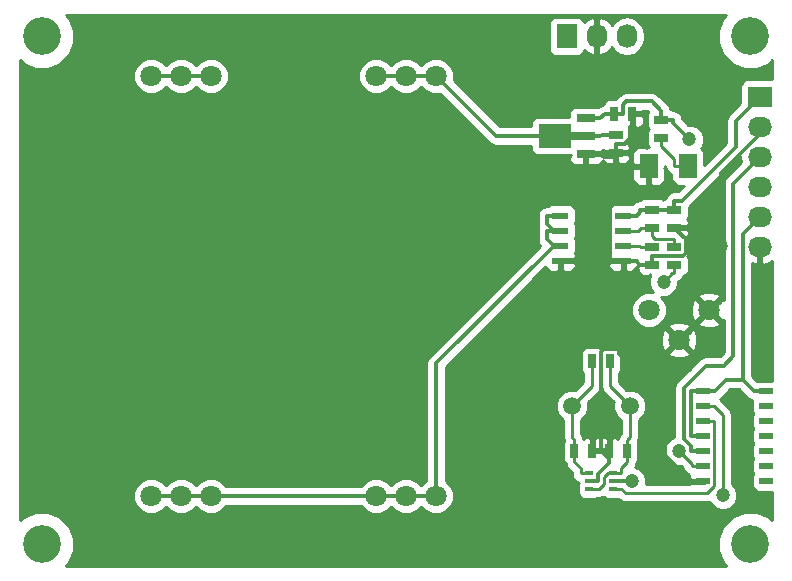
<source format=gtl>
%FSLAX46Y46*%
G04 Gerber Fmt 4.6, Leading zero omitted, Abs format (unit mm)*
G04 Created by KiCad (PCBNEW (2014-jul-16 BZR unknown)-product) date ons  6 aug 2014 17:41:11*
%MOMM*%
G01*
G04 APERTURE LIST*
%ADD10C,0.150000*%
%ADD11C,1.800000*%
%ADD12R,0.635000X1.143000*%
%ADD13R,1.143000X0.635000*%
%ADD14R,1.524000X2.032000*%
%ADD15R,1.727200X2.032000*%
%ADD16O,1.727200X2.032000*%
%ADD17C,3.200400*%
%ADD18R,2.032000X1.727200*%
%ADD19O,2.032000X1.727200*%
%ADD20R,0.660400X0.406400*%
%ADD21R,1.600200X0.701040*%
%ADD22R,2.100580X0.701040*%
%ADD23R,2.750820X1.998980*%
%ADD24R,1.143000X0.508000*%
%ADD25C,1.501140*%
%ADD26R,1.399540X0.599440*%
%ADD27C,1.200000*%
%ADD28C,0.350000*%
%ADD29C,0.254000*%
G04 APERTURE END LIST*
D10*
D11*
X163830000Y-86360000D03*
X166370000Y-86360000D03*
X161290000Y-86360000D03*
X163830000Y-121920000D03*
X166370000Y-121920000D03*
X161290000Y-121920000D03*
X144780000Y-121920000D03*
X142240000Y-121920000D03*
X147320000Y-121920000D03*
X144780000Y-86360000D03*
X142240000Y-86360000D03*
X147320000Y-86360000D03*
D12*
X179612000Y-118100000D03*
X178088000Y-118100000D03*
D13*
X181610000Y-91313000D03*
X181610000Y-92837000D03*
D12*
X181483000Y-89535000D03*
X183007000Y-89535000D03*
D13*
X184658000Y-100838000D03*
X184658000Y-102362000D03*
X186563000Y-97663000D03*
X186563000Y-99187000D03*
D14*
X187706000Y-93980000D03*
X184404000Y-93980000D03*
D15*
X177460000Y-83000000D03*
D16*
X180000000Y-83000000D03*
X182540000Y-83000000D03*
D17*
X193000000Y-83000000D03*
X193000000Y-126000000D03*
D18*
X193802000Y-88138000D03*
D19*
X193802000Y-90678000D03*
X193802000Y-93218000D03*
X193802000Y-95758000D03*
X193802000Y-98298000D03*
X193802000Y-100838000D03*
D17*
X133000000Y-126000000D03*
X133000000Y-83000000D03*
D12*
X181102000Y-110490000D03*
X179578000Y-110490000D03*
D13*
X184658000Y-97663000D03*
X184658000Y-99187000D03*
X186563000Y-100838000D03*
X186563000Y-102362000D03*
X185420000Y-90043000D03*
X185420000Y-91567000D03*
D11*
X189484000Y-106172000D03*
X186944000Y-108712000D03*
X184404000Y-106172000D03*
D20*
X179324000Y-119989600D03*
X179324000Y-121310400D03*
X179324000Y-120650000D03*
X181356000Y-121310400D03*
X181356000Y-119989600D03*
X181356000Y-120650000D03*
D21*
X179064920Y-92941140D03*
D22*
X178816000Y-91440000D03*
D21*
X179064920Y-89938860D03*
D23*
X176415700Y-91440000D03*
D24*
X188976000Y-113030000D03*
X188976000Y-114300000D03*
X188976000Y-115570000D03*
X188976000Y-116840000D03*
X188976000Y-118110000D03*
X188976000Y-119380000D03*
X188976000Y-120650000D03*
X194310000Y-120650000D03*
X194310000Y-119380000D03*
X194310000Y-118110000D03*
X194310000Y-116840000D03*
X194310000Y-115570000D03*
X194310000Y-114300000D03*
X194310000Y-113030000D03*
D25*
X177899060Y-114300000D03*
X182780940Y-114300000D03*
D12*
X181038000Y-118100000D03*
X182562000Y-118100000D03*
D26*
X182245000Y-98171000D03*
X176911000Y-98171000D03*
X182245000Y-99441000D03*
X182245000Y-100711000D03*
X182245000Y-101981000D03*
X176911000Y-99441000D03*
X176911000Y-100711000D03*
X176911000Y-101981000D03*
D27*
X190476800Y-100753300D03*
X182932900Y-120650000D03*
X187832300Y-91714600D03*
X185654700Y-103792900D03*
X186927900Y-118127300D03*
X190663600Y-121863000D03*
D28*
X147320000Y-86360000D02*
X144780000Y-86360000D01*
X142240000Y-86360000D02*
X144780000Y-86360000D01*
X183374100Y-102078900D02*
X183657200Y-102362000D01*
X183374100Y-101981000D02*
X183374100Y-102078900D01*
X184658000Y-102362000D02*
X183657200Y-102362000D01*
X182245000Y-101981000D02*
X183374100Y-101981000D01*
X180083500Y-120055300D02*
X181038000Y-119100800D01*
X180083500Y-120650000D02*
X180083500Y-120055300D01*
X181038000Y-118100000D02*
X181038000Y-118600400D01*
X181038000Y-118600400D02*
X181038000Y-119100800D01*
X180859200Y-118600400D02*
X180358800Y-118100000D01*
X181038000Y-118600400D02*
X180859200Y-118600400D01*
X184658000Y-102362000D02*
X184658000Y-101615200D01*
X179703800Y-120650000D02*
X180083500Y-120650000D01*
X179703800Y-120650000D02*
X179324000Y-120650000D01*
X179612000Y-118100000D02*
X180190700Y-118100000D01*
X180190700Y-118100000D02*
X180324900Y-118100000D01*
X180324900Y-118100000D02*
X180358800Y-118100000D01*
X188976000Y-120650000D02*
X187975200Y-120650000D01*
X181848900Y-104170300D02*
X183657200Y-102362000D01*
X181848900Y-109430000D02*
X181848900Y-104170300D01*
X180610600Y-109430000D02*
X181848900Y-109430000D01*
X180324900Y-109715700D02*
X180610600Y-109430000D01*
X180324900Y-118100000D02*
X180324900Y-109715700D01*
X185799700Y-118474500D02*
X187975200Y-120650000D01*
X185799700Y-113870400D02*
X185799700Y-118474500D01*
X181848900Y-109919600D02*
X185799700Y-113870400D01*
X181848900Y-109430000D02*
X181848900Y-109919600D01*
X183007000Y-89535000D02*
X183007000Y-90535800D01*
X182834200Y-90708600D02*
X183007000Y-90535800D01*
X182834200Y-91612800D02*
X182834200Y-90708600D01*
X182356800Y-92090200D02*
X182834200Y-91612800D01*
X181610000Y-92090200D02*
X182356800Y-92090200D01*
X181610000Y-92837000D02*
X181610000Y-92090200D01*
X184404000Y-93980000D02*
X183229800Y-93980000D01*
X183229800Y-93980000D02*
X182006200Y-93980000D01*
X182006200Y-93980000D02*
X181610000Y-93583800D01*
X181095600Y-94890600D02*
X182006200Y-93980000D01*
X181095600Y-101981000D02*
X181095600Y-94890600D01*
X176911000Y-101981000D02*
X181095600Y-101981000D01*
X181095600Y-101981000D02*
X182245000Y-101981000D01*
X181610000Y-92837000D02*
X181610000Y-93210400D01*
X181610000Y-93210400D02*
X181610000Y-93583800D01*
X180563600Y-93210400D02*
X180294300Y-92941100D01*
X181610000Y-93210400D02*
X180563600Y-93210400D01*
X179064900Y-92941100D02*
X180294300Y-92941100D01*
X187563900Y-101333900D02*
X187563900Y-100753300D01*
X187282600Y-101615200D02*
X187563900Y-101333900D01*
X184658000Y-101615200D02*
X187282600Y-101615200D01*
X187563900Y-100187900D02*
X186563000Y-99187000D01*
X187563900Y-100753300D02*
X187563900Y-100187900D01*
X187563900Y-100753300D02*
X190476800Y-100753300D01*
X193802000Y-91237100D02*
X193802000Y-90678000D01*
X190476800Y-94562300D02*
X193802000Y-91237100D01*
X190476800Y-100753300D02*
X190476800Y-94562300D01*
D29*
X178088000Y-118100000D02*
X178088000Y-117147200D01*
X178612500Y-119577300D02*
X178088000Y-119052800D01*
X178612500Y-119989600D02*
X178612500Y-119577300D01*
X179324000Y-119989600D02*
X178612500Y-119989600D01*
X178088000Y-118100000D02*
X178088000Y-119052800D01*
X177899100Y-116958300D02*
X178088000Y-117147200D01*
X177899100Y-114300000D02*
X177899100Y-116958300D01*
X179578000Y-112621100D02*
X179578000Y-110490000D01*
X177899100Y-114300000D02*
X179578000Y-112621100D01*
X180936000Y-119989600D02*
X181356000Y-119989600D01*
X180639900Y-120285700D02*
X180936000Y-119989600D01*
X180639900Y-120880400D02*
X180639900Y-120285700D01*
X180209900Y-121310400D02*
X180639900Y-120880400D01*
X179324000Y-121310400D02*
X180209900Y-121310400D01*
X182067500Y-119547300D02*
X182067500Y-119989600D01*
X182562000Y-119052800D02*
X182067500Y-119547300D01*
X182562000Y-118100000D02*
X182562000Y-119052800D01*
X181356000Y-119989600D02*
X182067500Y-119989600D01*
X182562000Y-118100000D02*
X182562000Y-117147200D01*
X182780900Y-116928300D02*
X182562000Y-117147200D01*
X182780900Y-114300000D02*
X182780900Y-116928300D01*
X181102000Y-112621100D02*
X181102000Y-110490000D01*
X182780900Y-114300000D02*
X181102000Y-112621100D01*
D28*
X181483000Y-89535000D02*
X181109600Y-89535000D01*
X179064900Y-89938900D02*
X180294300Y-89938900D01*
X180698200Y-89535000D02*
X180294300Y-89938900D01*
X181109600Y-89535000D02*
X180698200Y-89535000D01*
X182932900Y-120650000D02*
X181356000Y-120650000D01*
X182229800Y-88788200D02*
X182229800Y-89535000D01*
X182503000Y-88515000D02*
X182229800Y-88788200D01*
X184638800Y-88515000D02*
X182503000Y-88515000D01*
X185420000Y-89296200D02*
X184638800Y-88515000D01*
X185420000Y-90043000D02*
X185420000Y-89296200D01*
X181483000Y-89535000D02*
X182229800Y-89535000D01*
X194310000Y-113030000D02*
X193309200Y-113030000D01*
X187975200Y-116840000D02*
X187975200Y-113030000D01*
X188976000Y-116840000D02*
X187975200Y-116840000D01*
X188976000Y-113030000D02*
X187975200Y-113030000D01*
X186420800Y-90303100D02*
X186420800Y-90043000D01*
X187832300Y-91714600D02*
X186420800Y-90303100D01*
X185420000Y-90043000D02*
X186420800Y-90043000D01*
X188976000Y-113030000D02*
X189976800Y-113030000D01*
X192342800Y-99757200D02*
X192342800Y-112063600D01*
X193802000Y-98298000D02*
X192342800Y-99757200D01*
X190943200Y-112063600D02*
X192342800Y-112063600D01*
X189976800Y-113030000D02*
X190943200Y-112063600D01*
X192342800Y-112063600D02*
X193309200Y-113030000D01*
D29*
X183578200Y-100711000D02*
X183705200Y-100838000D01*
X182245000Y-100711000D02*
X183578200Y-100711000D01*
X184658000Y-100838000D02*
X183705200Y-100838000D01*
D28*
X184658000Y-97663000D02*
X186563000Y-97663000D01*
X186563000Y-97663000D02*
X186563000Y-96916200D01*
X187216400Y-96916200D02*
X186563000Y-96916200D01*
X191752300Y-92380300D02*
X187216400Y-96916200D01*
X191752300Y-90187700D02*
X191752300Y-92380300D01*
X193802000Y-88138000D02*
X191752300Y-90187700D01*
X183657200Y-97887900D02*
X183657200Y-97663000D01*
X183374100Y-98171000D02*
X183657200Y-97887900D01*
X182245000Y-98171000D02*
X183374100Y-98171000D01*
X184658000Y-97663000D02*
X183657200Y-97663000D01*
D29*
X186562700Y-93408500D02*
X185420000Y-92265800D01*
X186562700Y-93980000D02*
X186562700Y-93408500D01*
X187706000Y-93980000D02*
X186562700Y-93980000D01*
X185420000Y-91567000D02*
X185420000Y-92265800D01*
D28*
X191536200Y-95483800D02*
X193802000Y-93218000D01*
X191536200Y-110093500D02*
X191536200Y-95483800D01*
X190722700Y-110907000D02*
X191536200Y-110093500D01*
X189226800Y-110907000D02*
X190722700Y-110907000D01*
X187357500Y-112776300D02*
X189226800Y-110907000D01*
X187357500Y-117084600D02*
X187357500Y-112776300D01*
X187975200Y-117702300D02*
X187357500Y-117084600D01*
X187975200Y-118110000D02*
X187975200Y-117702300D01*
X188976000Y-118110000D02*
X187975200Y-118110000D01*
D29*
X183451200Y-99441000D02*
X183705200Y-99187000D01*
X182245000Y-99441000D02*
X183451200Y-99441000D01*
X184658000Y-99187000D02*
X183705200Y-99187000D01*
X184911400Y-100139200D02*
X184658000Y-99885800D01*
X186563000Y-100139200D02*
X184911400Y-100139200D01*
X186563000Y-100838000D02*
X186563000Y-100139200D01*
X184658000Y-99187000D02*
X184658000Y-99885800D01*
X186386800Y-103060800D02*
X186563000Y-103060800D01*
X185654700Y-103792900D02*
X186386800Y-103060800D01*
X186563000Y-102362000D02*
X186563000Y-103060800D01*
X182463400Y-121706300D02*
X182067500Y-121310400D01*
X189332800Y-121706300D02*
X182463400Y-121706300D01*
X189928800Y-121110300D02*
X189332800Y-121706300D01*
X189928800Y-115570000D02*
X189928800Y-121110300D01*
X188976000Y-115570000D02*
X189928800Y-115570000D01*
X181356000Y-121310400D02*
X182067500Y-121310400D01*
X188976000Y-114300000D02*
X189928800Y-114300000D01*
X188023200Y-119222600D02*
X186927900Y-118127300D01*
X188023200Y-119380000D02*
X188023200Y-119222600D01*
X188976000Y-119380000D02*
X188023200Y-119380000D01*
X190663600Y-115034800D02*
X190663600Y-121863000D01*
X189928800Y-114300000D02*
X190663600Y-115034800D01*
D28*
X161290000Y-86360000D02*
X163830000Y-86360000D01*
X171450000Y-91440000D02*
X166370000Y-86360000D01*
X176415700Y-91440000D02*
X171450000Y-91440000D01*
X166370000Y-86360000D02*
X163830000Y-86360000D01*
X178816000Y-91440000D02*
X176415700Y-91440000D01*
X180422600Y-91313000D02*
X180295600Y-91440000D01*
X181610000Y-91313000D02*
X180422600Y-91313000D01*
X178816000Y-91440000D02*
X180295600Y-91440000D01*
X142240000Y-121920000D02*
X144780000Y-121920000D01*
X144780000Y-121920000D02*
X147320000Y-121920000D01*
X147320000Y-121920000D02*
X161290000Y-121920000D01*
X161290000Y-121920000D02*
X163830000Y-121920000D01*
X166370000Y-121920000D02*
X163830000Y-121920000D01*
X176911000Y-100711000D02*
X176346500Y-100711000D01*
X166370000Y-110687500D02*
X166370000Y-121920000D01*
X176346500Y-100711000D02*
X166370000Y-110687500D01*
X175781900Y-100146400D02*
X175781900Y-99441000D01*
X176346500Y-100711000D02*
X175781900Y-100146400D01*
X176911000Y-99441000D02*
X176346500Y-99441000D01*
X176346500Y-99441000D02*
X175781900Y-99441000D01*
X175781900Y-98876400D02*
X175781900Y-98171000D01*
X176346500Y-99441000D02*
X175781900Y-98876400D01*
X176911000Y-98171000D02*
X175781900Y-98171000D01*
D29*
G36*
X182018900Y-116614797D02*
X181858004Y-116855595D01*
X181817934Y-117057039D01*
X181817933Y-117057040D01*
X181800000Y-117074974D01*
X181715198Y-116990173D01*
X181481809Y-116893500D01*
X181323750Y-116893500D01*
X181165000Y-117052250D01*
X181165000Y-117973000D01*
X181185000Y-117973000D01*
X181185000Y-118227000D01*
X181165000Y-118227000D01*
X181165000Y-118247000D01*
X180911000Y-118247000D01*
X180911000Y-118227000D01*
X180911000Y-117973000D01*
X180911000Y-117052250D01*
X180752250Y-116893500D01*
X180594191Y-116893500D01*
X180360802Y-116990173D01*
X180325000Y-117025974D01*
X180289198Y-116990173D01*
X180055809Y-116893500D01*
X179897750Y-116893500D01*
X179739000Y-117052250D01*
X179739000Y-117973000D01*
X180244250Y-117973000D01*
X180405750Y-117973000D01*
X180911000Y-117973000D01*
X180911000Y-118227000D01*
X180405750Y-118227000D01*
X180244250Y-118227000D01*
X179739000Y-118227000D01*
X179739000Y-118247000D01*
X179485000Y-118247000D01*
X179485000Y-118227000D01*
X179465000Y-118227000D01*
X179465000Y-117973000D01*
X179485000Y-117973000D01*
X179485000Y-117052250D01*
X179326250Y-116893500D01*
X179168191Y-116893500D01*
X178934802Y-116990173D01*
X178850000Y-117074974D01*
X178832066Y-117057040D01*
X178791996Y-116855596D01*
X178791996Y-116855595D01*
X178661100Y-116659696D01*
X178661100Y-116659695D01*
X178661100Y-115484320D01*
X178682897Y-115475314D01*
X179073004Y-115085887D01*
X179284389Y-114576816D01*
X179284870Y-114025602D01*
X179275004Y-114001725D01*
X180116815Y-113159915D01*
X180281996Y-112912705D01*
X180339999Y-112621100D01*
X180340000Y-112621100D01*
X180398004Y-112912705D01*
X180563185Y-113159915D01*
X181404660Y-114001390D01*
X181395611Y-114023184D01*
X181395130Y-114574398D01*
X181605626Y-115083837D01*
X181995053Y-115473944D01*
X182018900Y-115483846D01*
X182018900Y-116614797D01*
X182018900Y-116614797D01*
G37*
X182018900Y-116614797D02*
X181858004Y-116855595D01*
X181817934Y-117057039D01*
X181817933Y-117057040D01*
X181800000Y-117074974D01*
X181715198Y-116990173D01*
X181481809Y-116893500D01*
X181323750Y-116893500D01*
X181165000Y-117052250D01*
X181165000Y-117973000D01*
X181185000Y-117973000D01*
X181185000Y-118227000D01*
X181165000Y-118227000D01*
X181165000Y-118247000D01*
X180911000Y-118247000D01*
X180911000Y-118227000D01*
X180911000Y-117973000D01*
X180911000Y-117052250D01*
X180752250Y-116893500D01*
X180594191Y-116893500D01*
X180360802Y-116990173D01*
X180325000Y-117025974D01*
X180289198Y-116990173D01*
X180055809Y-116893500D01*
X179897750Y-116893500D01*
X179739000Y-117052250D01*
X179739000Y-117973000D01*
X180244250Y-117973000D01*
X180405750Y-117973000D01*
X180911000Y-117973000D01*
X180911000Y-118227000D01*
X180405750Y-118227000D01*
X180244250Y-118227000D01*
X179739000Y-118227000D01*
X179739000Y-118247000D01*
X179485000Y-118247000D01*
X179485000Y-118227000D01*
X179465000Y-118227000D01*
X179465000Y-117973000D01*
X179485000Y-117973000D01*
X179485000Y-117052250D01*
X179326250Y-116893500D01*
X179168191Y-116893500D01*
X178934802Y-116990173D01*
X178850000Y-117074974D01*
X178832066Y-117057040D01*
X178791996Y-116855596D01*
X178791996Y-116855595D01*
X178661100Y-116659696D01*
X178661100Y-116659695D01*
X178661100Y-115484320D01*
X178682897Y-115475314D01*
X179073004Y-115085887D01*
X179284389Y-114576816D01*
X179284870Y-114025602D01*
X179275004Y-114001725D01*
X180116815Y-113159915D01*
X180281996Y-112912705D01*
X180339999Y-112621100D01*
X180340000Y-112621100D01*
X180398004Y-112912705D01*
X180563185Y-113159915D01*
X181404660Y-114001390D01*
X181395611Y-114023184D01*
X181395130Y-114574398D01*
X181605626Y-115083837D01*
X181995053Y-115473944D01*
X182018900Y-115483846D01*
X182018900Y-116614797D01*
G36*
X184805000Y-102489000D02*
X184785000Y-102489000D01*
X184785000Y-102509000D01*
X184531000Y-102509000D01*
X184531000Y-102489000D01*
X184511000Y-102489000D01*
X184511000Y-102235000D01*
X184531000Y-102235000D01*
X184531000Y-102215000D01*
X184785000Y-102215000D01*
X184785000Y-102235000D01*
X184805000Y-102235000D01*
X184805000Y-102489000D01*
X184805000Y-102489000D01*
G37*
X184805000Y-102489000D02*
X184785000Y-102489000D01*
X184785000Y-102509000D01*
X184531000Y-102509000D01*
X184531000Y-102489000D01*
X184511000Y-102489000D01*
X184511000Y-102235000D01*
X184531000Y-102235000D01*
X184531000Y-102215000D01*
X184785000Y-102215000D01*
X184785000Y-102235000D01*
X184805000Y-102235000D01*
X184805000Y-102489000D01*
G36*
X193949000Y-90805000D02*
X193929000Y-90805000D01*
X193929000Y-90825000D01*
X193675000Y-90825000D01*
X193675000Y-90805000D01*
X193655000Y-90805000D01*
X193655000Y-90551000D01*
X193675000Y-90551000D01*
X193675000Y-90531000D01*
X193929000Y-90531000D01*
X193929000Y-90551000D01*
X193949000Y-90551000D01*
X193949000Y-90805000D01*
X193949000Y-90805000D01*
G37*
X193949000Y-90805000D02*
X193929000Y-90805000D01*
X193929000Y-90825000D01*
X193675000Y-90825000D01*
X193675000Y-90805000D01*
X193655000Y-90805000D01*
X193655000Y-90551000D01*
X193675000Y-90551000D01*
X193675000Y-90531000D01*
X193929000Y-90531000D01*
X193929000Y-90551000D01*
X193949000Y-90551000D01*
X193949000Y-90805000D01*
G36*
X193949000Y-95885000D02*
X193929000Y-95885000D01*
X193929000Y-95905000D01*
X193675000Y-95905000D01*
X193675000Y-95885000D01*
X193655000Y-95885000D01*
X193655000Y-95631000D01*
X193675000Y-95631000D01*
X193675000Y-95611000D01*
X193929000Y-95611000D01*
X193929000Y-95631000D01*
X193949000Y-95631000D01*
X193949000Y-95885000D01*
X193949000Y-95885000D01*
G37*
X193949000Y-95885000D02*
X193929000Y-95885000D01*
X193929000Y-95905000D01*
X193675000Y-95905000D01*
X193675000Y-95885000D01*
X193655000Y-95885000D01*
X193655000Y-95631000D01*
X193675000Y-95631000D01*
X193675000Y-95611000D01*
X193929000Y-95611000D01*
X193929000Y-95631000D01*
X193949000Y-95631000D01*
X193949000Y-95885000D01*
G36*
X194815000Y-112141000D02*
X194755191Y-112141000D01*
X193612191Y-112141000D01*
X193579325Y-112154613D01*
X193152800Y-111728087D01*
X193152800Y-102222692D01*
X193440087Y-102323184D01*
X193675000Y-102178924D01*
X193675000Y-100965000D01*
X193655000Y-100965000D01*
X193655000Y-100711000D01*
X193675000Y-100711000D01*
X193675000Y-100691000D01*
X193929000Y-100691000D01*
X193929000Y-100711000D01*
X193949000Y-100711000D01*
X193949000Y-100965000D01*
X193929000Y-100965000D01*
X193929000Y-102178924D01*
X194163913Y-102323184D01*
X194716320Y-102129954D01*
X194815000Y-102041787D01*
X194815000Y-112141000D01*
X194815000Y-112141000D01*
G37*
X194815000Y-112141000D02*
X194755191Y-112141000D01*
X193612191Y-112141000D01*
X193579325Y-112154613D01*
X193152800Y-111728087D01*
X193152800Y-102222692D01*
X193440087Y-102323184D01*
X193675000Y-102178924D01*
X193675000Y-100965000D01*
X193655000Y-100965000D01*
X193655000Y-100711000D01*
X193675000Y-100711000D01*
X193675000Y-100691000D01*
X193929000Y-100691000D01*
X193929000Y-100711000D01*
X193949000Y-100711000D01*
X193949000Y-100965000D01*
X193929000Y-100965000D01*
X193929000Y-102178924D01*
X194163913Y-102323184D01*
X194716320Y-102129954D01*
X194815000Y-102041787D01*
X194815000Y-112141000D01*
G36*
X194815000Y-123956880D02*
X194547283Y-123688696D01*
X193545005Y-123272514D01*
X192459756Y-123271567D01*
X191456753Y-123685999D01*
X190688696Y-124452717D01*
X190272514Y-125454995D01*
X190271567Y-126540244D01*
X190685999Y-127543247D01*
X190957278Y-127815000D01*
X135043119Y-127815000D01*
X135311304Y-127547283D01*
X135727486Y-126545005D01*
X135728433Y-125459756D01*
X135314001Y-124456753D01*
X134547283Y-123688696D01*
X133545005Y-123272514D01*
X132459756Y-123271567D01*
X131456753Y-123685999D01*
X131185000Y-123957278D01*
X131185000Y-85043119D01*
X131452717Y-85311304D01*
X132454995Y-85727486D01*
X133540244Y-85728433D01*
X134543247Y-85314001D01*
X135311304Y-84547283D01*
X135727486Y-83545005D01*
X135728433Y-82459756D01*
X135314001Y-81456753D01*
X135042721Y-81185000D01*
X190956880Y-81185000D01*
X190688696Y-81452717D01*
X190272514Y-82454995D01*
X190271567Y-83540244D01*
X190685999Y-84543247D01*
X191452717Y-85311304D01*
X192454995Y-85727486D01*
X193540244Y-85728433D01*
X194543247Y-85314001D01*
X194815000Y-85042721D01*
X194815000Y-86639400D01*
X194691691Y-86639400D01*
X192659691Y-86639400D01*
X192426302Y-86736073D01*
X192247673Y-86914701D01*
X192151000Y-87148090D01*
X192151000Y-87400709D01*
X192151000Y-88643487D01*
X191179544Y-89614944D01*
X191003958Y-89877726D01*
X190942300Y-90187700D01*
X190942300Y-92044787D01*
X189103000Y-93884087D01*
X189103000Y-92837691D01*
X189006327Y-92604302D01*
X188847864Y-92445838D01*
X188878671Y-92415085D01*
X189067085Y-91961334D01*
X189067514Y-91470021D01*
X188879892Y-91015943D01*
X188532785Y-90668229D01*
X188079034Y-90479815D01*
X187742733Y-90479521D01*
X187212074Y-89948862D01*
X187169142Y-89733026D01*
X186993556Y-89470244D01*
X186730774Y-89294658D01*
X186420800Y-89233000D01*
X186397025Y-89233000D01*
X186351199Y-89187173D01*
X186195483Y-89122673D01*
X186168343Y-88986227D01*
X186168342Y-88986226D01*
X185992757Y-88723444D01*
X185211556Y-87942244D01*
X184948774Y-87766658D01*
X184638800Y-87705000D01*
X184038600Y-87705000D01*
X184038600Y-83184745D01*
X184038600Y-82815255D01*
X183924526Y-82241766D01*
X183599670Y-81755585D01*
X183113489Y-81430729D01*
X182540000Y-81316655D01*
X181966511Y-81430729D01*
X181480330Y-81755585D01*
X181273539Y-82065069D01*
X180902036Y-81649268D01*
X180374791Y-81395291D01*
X180359026Y-81392642D01*
X180127000Y-81513783D01*
X180127000Y-82873000D01*
X180147000Y-82873000D01*
X180147000Y-83127000D01*
X180127000Y-83127000D01*
X180127000Y-84486217D01*
X180359026Y-84607358D01*
X180374791Y-84604709D01*
X180902036Y-84350732D01*
X181273539Y-83934930D01*
X181480330Y-84244415D01*
X181966511Y-84569271D01*
X182540000Y-84683345D01*
X183113489Y-84569271D01*
X183599670Y-84244415D01*
X183924526Y-83758234D01*
X184038600Y-83184745D01*
X184038600Y-87705000D01*
X182503000Y-87705000D01*
X182193026Y-87766658D01*
X182061635Y-87854451D01*
X181930243Y-87942244D01*
X181657044Y-88215444D01*
X181581502Y-88328500D01*
X181039191Y-88328500D01*
X180805802Y-88425173D01*
X180627173Y-88603801D01*
X180566085Y-88751279D01*
X180526096Y-88759233D01*
X180388227Y-88786657D01*
X180125444Y-88962243D01*
X180092458Y-88995228D01*
X179991330Y-88953340D01*
X179873000Y-88953340D01*
X179873000Y-84486217D01*
X179873000Y-83127000D01*
X179853000Y-83127000D01*
X179853000Y-82873000D01*
X179873000Y-82873000D01*
X179873000Y-81513783D01*
X179640974Y-81392642D01*
X179625209Y-81395291D01*
X179097964Y-81649268D01*
X178943758Y-81821860D01*
X178861927Y-81624302D01*
X178683299Y-81445673D01*
X178449910Y-81349000D01*
X178197291Y-81349000D01*
X176470091Y-81349000D01*
X176236702Y-81445673D01*
X176058073Y-81624301D01*
X175961400Y-81857690D01*
X175961400Y-82110309D01*
X175961400Y-84142309D01*
X176058073Y-84375698D01*
X176236701Y-84554327D01*
X176470090Y-84651000D01*
X176722709Y-84651000D01*
X178449909Y-84651000D01*
X178683298Y-84554327D01*
X178861927Y-84375699D01*
X178943758Y-84178139D01*
X179097964Y-84350732D01*
X179625209Y-84604709D01*
X179640974Y-84607358D01*
X179873000Y-84486217D01*
X179873000Y-88953340D01*
X179738711Y-88953340D01*
X178138511Y-88953340D01*
X177905122Y-89050013D01*
X177726493Y-89228641D01*
X177629820Y-89462030D01*
X177629820Y-89714649D01*
X177629820Y-89805510D01*
X174913981Y-89805510D01*
X174680592Y-89902183D01*
X174501963Y-90080811D01*
X174405290Y-90314200D01*
X174405290Y-90566819D01*
X174405290Y-90630000D01*
X171785512Y-90630000D01*
X167880512Y-86725000D01*
X167904733Y-86666670D01*
X167905265Y-86056009D01*
X167672068Y-85491629D01*
X167240643Y-85059449D01*
X166676670Y-84825267D01*
X166066009Y-84824735D01*
X165501629Y-85057932D01*
X165099677Y-85459181D01*
X164700643Y-85059449D01*
X164136670Y-84825267D01*
X163526009Y-84824735D01*
X162961629Y-85057932D01*
X162559677Y-85459181D01*
X162160643Y-85059449D01*
X161596670Y-84825267D01*
X160986009Y-84824735D01*
X160421629Y-85057932D01*
X159989449Y-85489357D01*
X159755267Y-86053330D01*
X159754735Y-86663991D01*
X159987932Y-87228371D01*
X160419357Y-87660551D01*
X160983330Y-87894733D01*
X161593991Y-87895265D01*
X162158371Y-87662068D01*
X162560322Y-87260818D01*
X162959357Y-87660551D01*
X163523330Y-87894733D01*
X164133991Y-87895265D01*
X164698371Y-87662068D01*
X165100322Y-87260818D01*
X165499357Y-87660551D01*
X166063330Y-87894733D01*
X166673991Y-87895265D01*
X166734677Y-87870189D01*
X170877244Y-92012757D01*
X171034770Y-92118012D01*
X171140026Y-92188342D01*
X171140027Y-92188342D01*
X171450000Y-92250000D01*
X174405290Y-92250000D01*
X174405290Y-92565799D01*
X174501963Y-92799188D01*
X174680591Y-92977817D01*
X174913980Y-93074490D01*
X175166599Y-93074490D01*
X177782220Y-93074490D01*
X177629820Y-93226890D01*
X177629820Y-93417969D01*
X177726493Y-93651358D01*
X177905121Y-93829987D01*
X178138510Y-93926660D01*
X178391129Y-93926660D01*
X178779170Y-93926660D01*
X178937920Y-93767910D01*
X178937920Y-93068140D01*
X178917920Y-93068140D01*
X178917920Y-92814140D01*
X178937920Y-92814140D01*
X178937920Y-92794140D01*
X179191920Y-92794140D01*
X179191920Y-92814140D01*
X180341270Y-92814140D01*
X180500020Y-92655390D01*
X180500020Y-92647770D01*
X180562250Y-92710000D01*
X181483000Y-92710000D01*
X181483000Y-92690000D01*
X181737000Y-92690000D01*
X181737000Y-92710000D01*
X182657750Y-92710000D01*
X182816500Y-92551250D01*
X182816500Y-92393191D01*
X182719827Y-92159802D01*
X182635025Y-92075000D01*
X182719827Y-91990199D01*
X182816500Y-91756810D01*
X182816500Y-91504191D01*
X182816500Y-90869191D01*
X182751202Y-90711547D01*
X182880000Y-90582750D01*
X182880000Y-89991853D01*
X182978142Y-89844974D01*
X183039800Y-89535000D01*
X183039800Y-89388000D01*
X183134000Y-89388000D01*
X183134000Y-89408000D01*
X183800750Y-89408000D01*
X183883750Y-89325000D01*
X184303287Y-89325000D01*
X184327130Y-89348843D01*
X184310173Y-89365801D01*
X184213500Y-89599190D01*
X184213500Y-89851809D01*
X184213500Y-90486809D01*
X184310173Y-90720198D01*
X184394974Y-90804999D01*
X184310173Y-90889801D01*
X184213500Y-91123190D01*
X184213500Y-91375809D01*
X184213500Y-92010809D01*
X184310173Y-92244198D01*
X184394974Y-92329000D01*
X184276998Y-92329000D01*
X184276998Y-92487748D01*
X184118250Y-92329000D01*
X183959500Y-92329000D01*
X183959500Y-90232810D01*
X183959500Y-89980191D01*
X183959500Y-89820750D01*
X183800750Y-89662000D01*
X183134000Y-89662000D01*
X183134000Y-90582750D01*
X183292750Y-90741500D01*
X183450809Y-90741500D01*
X183684198Y-90644827D01*
X183862827Y-90466199D01*
X183959500Y-90232810D01*
X183959500Y-92329000D01*
X183515691Y-92329000D01*
X183282302Y-92425673D01*
X183103673Y-92604301D01*
X183007000Y-92837690D01*
X183007000Y-93090309D01*
X183007000Y-93694250D01*
X183165750Y-93853000D01*
X184277000Y-93853000D01*
X184277000Y-93833000D01*
X184531000Y-93833000D01*
X184531000Y-93853000D01*
X184551000Y-93853000D01*
X184551000Y-94107000D01*
X184531000Y-94107000D01*
X184531000Y-95472250D01*
X184689750Y-95631000D01*
X185292309Y-95631000D01*
X185525698Y-95534327D01*
X185704327Y-95355699D01*
X185801000Y-95122310D01*
X185801000Y-94869691D01*
X185801000Y-94265750D01*
X185642252Y-94107002D01*
X185801000Y-94107002D01*
X185801000Y-93981508D01*
X185858704Y-94271605D01*
X186023885Y-94518815D01*
X186271095Y-94683996D01*
X186309000Y-94691535D01*
X186309000Y-95122309D01*
X186405673Y-95355698D01*
X186584301Y-95534327D01*
X186817690Y-95631000D01*
X187070309Y-95631000D01*
X187356087Y-95631000D01*
X186880887Y-96106200D01*
X186563000Y-96106200D01*
X186253026Y-96167858D01*
X185990244Y-96343444D01*
X185814658Y-96606226D01*
X185801000Y-96674886D01*
X185787516Y-96742673D01*
X185631802Y-96807173D01*
X185610500Y-96828474D01*
X185589199Y-96807173D01*
X185355810Y-96710500D01*
X185103191Y-96710500D01*
X184277000Y-96710500D01*
X184277000Y-95472250D01*
X184277000Y-94107000D01*
X183165750Y-94107000D01*
X183007000Y-94265750D01*
X183007000Y-94869691D01*
X183007000Y-95122310D01*
X183103673Y-95355699D01*
X183282302Y-95534327D01*
X183515691Y-95631000D01*
X184118250Y-95631000D01*
X184277000Y-95472250D01*
X184277000Y-96710500D01*
X183960191Y-96710500D01*
X183726802Y-96807173D01*
X183680974Y-96853000D01*
X183657200Y-96853000D01*
X183347226Y-96914658D01*
X183084444Y-97090244D01*
X182986865Y-97236280D01*
X182818461Y-97236280D01*
X182816500Y-97236280D01*
X182816500Y-93280809D01*
X182816500Y-93122750D01*
X182657750Y-92964000D01*
X181737000Y-92964000D01*
X181737000Y-93630750D01*
X181895750Y-93789500D01*
X182055191Y-93789500D01*
X182307810Y-93789500D01*
X182541199Y-93692827D01*
X182719827Y-93514198D01*
X182816500Y-93280809D01*
X182816500Y-97236280D01*
X181483000Y-97236280D01*
X181483000Y-93630750D01*
X181483000Y-92964000D01*
X180562250Y-92964000D01*
X180403500Y-93122750D01*
X180403500Y-93130370D01*
X180341270Y-93068140D01*
X179191920Y-93068140D01*
X179191920Y-93767910D01*
X179350670Y-93926660D01*
X179738711Y-93926660D01*
X179991330Y-93926660D01*
X180224719Y-93829987D01*
X180403347Y-93651358D01*
X180480166Y-93465898D01*
X180500173Y-93514198D01*
X180678801Y-93692827D01*
X180912190Y-93789500D01*
X181164809Y-93789500D01*
X181324250Y-93789500D01*
X181483000Y-93630750D01*
X181483000Y-97236280D01*
X181418921Y-97236280D01*
X181185532Y-97332953D01*
X181006903Y-97511581D01*
X180910230Y-97744970D01*
X180910230Y-97997589D01*
X180910230Y-98597029D01*
X180996788Y-98805999D01*
X180910230Y-99014970D01*
X180910230Y-99267589D01*
X180910230Y-99867029D01*
X180996788Y-100075999D01*
X180910230Y-100284970D01*
X180910230Y-100537589D01*
X180910230Y-101137029D01*
X180996788Y-101346000D01*
X180910230Y-101554971D01*
X180910230Y-101695250D01*
X181068980Y-101854000D01*
X182118000Y-101854000D01*
X182118000Y-101834000D01*
X182372000Y-101834000D01*
X182372000Y-101854000D01*
X182392000Y-101854000D01*
X182392000Y-102108000D01*
X182372000Y-102108000D01*
X182372000Y-102756970D01*
X182530750Y-102915720D01*
X182818461Y-102915720D01*
X183071080Y-102915720D01*
X183304469Y-102819047D01*
X183451500Y-102672015D01*
X183451500Y-102805809D01*
X183548173Y-103039198D01*
X183726801Y-103217827D01*
X183960190Y-103314500D01*
X184212809Y-103314500D01*
X184372250Y-103314500D01*
X184530998Y-103155752D01*
X184530998Y-103278647D01*
X184419915Y-103546166D01*
X184419486Y-104037479D01*
X184607108Y-104491557D01*
X184782223Y-104666978D01*
X184710670Y-104637267D01*
X184100009Y-104636735D01*
X183535629Y-104869932D01*
X183103449Y-105301357D01*
X182869267Y-105865330D01*
X182868735Y-106475991D01*
X183101932Y-107040371D01*
X183533357Y-107472551D01*
X184097330Y-107706733D01*
X184707991Y-107707265D01*
X185272371Y-107474068D01*
X185704551Y-107042643D01*
X185938733Y-106478670D01*
X185939265Y-105868009D01*
X185706068Y-105303629D01*
X185430625Y-105027704D01*
X185899279Y-105028114D01*
X186353357Y-104840492D01*
X186701071Y-104493385D01*
X186889485Y-104039634D01*
X186889745Y-103741315D01*
X187101815Y-103599615D01*
X187266996Y-103352405D01*
X187275768Y-103308303D01*
X187494198Y-103217827D01*
X187672827Y-103039199D01*
X187769500Y-102805810D01*
X187769500Y-102553191D01*
X187769500Y-101918191D01*
X187672827Y-101684802D01*
X187588025Y-101600000D01*
X187672827Y-101515199D01*
X187769500Y-101281810D01*
X187769500Y-101029191D01*
X187769500Y-100394191D01*
X187672827Y-100160802D01*
X187524525Y-100012500D01*
X187672827Y-99864198D01*
X187769500Y-99630809D01*
X187769500Y-99472750D01*
X187610750Y-99314000D01*
X186690000Y-99314000D01*
X186690000Y-99334000D01*
X186436000Y-99334000D01*
X186436000Y-99314000D01*
X186416000Y-99314000D01*
X186416000Y-99060000D01*
X186436000Y-99060000D01*
X186436000Y-99040000D01*
X186690000Y-99040000D01*
X186690000Y-99060000D01*
X187610750Y-99060000D01*
X187769500Y-98901250D01*
X187769500Y-98743191D01*
X187672827Y-98509802D01*
X187588025Y-98425000D01*
X187672827Y-98340199D01*
X187769500Y-98106810D01*
X187769500Y-97854191D01*
X187769500Y-97502089D01*
X187789156Y-97488956D01*
X192133191Y-93144921D01*
X192118655Y-93218000D01*
X192207887Y-93666600D01*
X190963444Y-94911044D01*
X190787858Y-95173826D01*
X190726200Y-95483800D01*
X190726200Y-105326035D01*
X190564159Y-105271446D01*
X190384554Y-105451051D01*
X190384554Y-105091841D01*
X190298148Y-104835357D01*
X189724664Y-104625542D01*
X189114540Y-104651161D01*
X188669852Y-104835357D01*
X188583446Y-105091841D01*
X189484000Y-105992395D01*
X190384554Y-105091841D01*
X190384554Y-105451051D01*
X189663605Y-106172000D01*
X190564159Y-107072554D01*
X190726200Y-107017964D01*
X190726200Y-109757987D01*
X190387187Y-110097000D01*
X190384554Y-110097000D01*
X190384554Y-107252159D01*
X189484000Y-106351605D01*
X189304395Y-106531210D01*
X189304395Y-106172000D01*
X188403841Y-105271446D01*
X188147357Y-105357852D01*
X187937542Y-105931336D01*
X187963161Y-106541460D01*
X188147357Y-106986148D01*
X188403841Y-107072554D01*
X189304395Y-106172000D01*
X189304395Y-106531210D01*
X188583446Y-107252159D01*
X188669852Y-107508643D01*
X189243336Y-107718458D01*
X189853460Y-107692839D01*
X190298148Y-107508643D01*
X190384554Y-107252159D01*
X190384554Y-110097000D01*
X189226800Y-110097000D01*
X188916826Y-110158658D01*
X188785435Y-110246451D01*
X188654043Y-110334244D01*
X188490458Y-110497829D01*
X188490458Y-108952664D01*
X188464839Y-108342540D01*
X188280643Y-107897852D01*
X188024159Y-107811446D01*
X187844554Y-107991051D01*
X187844554Y-107631841D01*
X187758148Y-107375357D01*
X187184664Y-107165542D01*
X186574540Y-107191161D01*
X186129852Y-107375357D01*
X186043446Y-107631841D01*
X186944000Y-108532395D01*
X187844554Y-107631841D01*
X187844554Y-107991051D01*
X187123605Y-108712000D01*
X188024159Y-109612554D01*
X188280643Y-109526148D01*
X188490458Y-108952664D01*
X188490458Y-110497829D01*
X187844554Y-111143733D01*
X187844554Y-109792159D01*
X186944000Y-108891605D01*
X186764395Y-109071210D01*
X186764395Y-108712000D01*
X185863841Y-107811446D01*
X185607357Y-107897852D01*
X185397542Y-108471336D01*
X185423161Y-109081460D01*
X185607357Y-109526148D01*
X185863841Y-109612554D01*
X186764395Y-108712000D01*
X186764395Y-109071210D01*
X186043446Y-109792159D01*
X186129852Y-110048643D01*
X186703336Y-110258458D01*
X187313460Y-110232839D01*
X187758148Y-110048643D01*
X187844554Y-109792159D01*
X187844554Y-111143733D01*
X186784744Y-112203544D01*
X186609158Y-112466326D01*
X186547500Y-112776300D01*
X186547500Y-116948206D01*
X186229243Y-117079708D01*
X185881529Y-117426815D01*
X185693115Y-117880566D01*
X185692686Y-118371879D01*
X185880308Y-118825957D01*
X186227415Y-119173671D01*
X186681166Y-119362085D01*
X187085407Y-119362437D01*
X187300489Y-119577519D01*
X187319204Y-119671605D01*
X187484385Y-119918815D01*
X187731595Y-120083996D01*
X187837677Y-120105097D01*
X187769500Y-120269691D01*
X187769500Y-120364250D01*
X187928250Y-120523000D01*
X188849000Y-120523000D01*
X188849000Y-120503000D01*
X189103000Y-120503000D01*
X189103000Y-120523000D01*
X189123000Y-120523000D01*
X189123000Y-120777000D01*
X189103000Y-120777000D01*
X189103000Y-120797000D01*
X188849000Y-120797000D01*
X188849000Y-120777000D01*
X187928250Y-120777000D01*
X187769500Y-120935750D01*
X187769500Y-120944300D01*
X184147933Y-120944300D01*
X184167685Y-120896734D01*
X184168114Y-120405421D01*
X183980492Y-119951343D01*
X183633385Y-119603629D01*
X183210201Y-119427907D01*
X183265996Y-119344405D01*
X183265996Y-119344404D01*
X183306066Y-119142959D01*
X183417827Y-119031199D01*
X183514500Y-118797810D01*
X183514500Y-118545191D01*
X183514500Y-117402191D01*
X183456560Y-117262312D01*
X183484896Y-117219905D01*
X183542899Y-116928300D01*
X183542900Y-116928300D01*
X183542900Y-115484353D01*
X183564777Y-115475314D01*
X183954884Y-115085887D01*
X184166269Y-114576816D01*
X184166750Y-114025602D01*
X183956254Y-113516163D01*
X183566827Y-113126056D01*
X183057756Y-112914671D01*
X182506542Y-112914190D01*
X182482608Y-112924078D01*
X182118000Y-112559470D01*
X182118000Y-102756970D01*
X182118000Y-102108000D01*
X181068980Y-102108000D01*
X180910230Y-102266750D01*
X180910230Y-102407029D01*
X181006903Y-102640418D01*
X181185531Y-102819047D01*
X181418920Y-102915720D01*
X181671539Y-102915720D01*
X181959250Y-102915720D01*
X182118000Y-102756970D01*
X182118000Y-112559470D01*
X181864000Y-112305470D01*
X181864000Y-111515025D01*
X181957827Y-111421199D01*
X182054500Y-111187810D01*
X182054500Y-110935191D01*
X182054500Y-109792191D01*
X181957827Y-109558802D01*
X181779199Y-109380173D01*
X181545810Y-109283500D01*
X181293191Y-109283500D01*
X180658191Y-109283500D01*
X180424802Y-109380173D01*
X180340000Y-109464974D01*
X180255199Y-109380173D01*
X180021810Y-109283500D01*
X179769191Y-109283500D01*
X179134191Y-109283500D01*
X178900802Y-109380173D01*
X178722173Y-109558801D01*
X178625500Y-109792190D01*
X178625500Y-110044809D01*
X178625500Y-111187809D01*
X178722173Y-111421198D01*
X178816000Y-111515025D01*
X178816000Y-112305470D01*
X178245770Y-112875699D01*
X178245770Y-102407029D01*
X178245770Y-102266750D01*
X178245770Y-101695250D01*
X178245770Y-101554971D01*
X178159211Y-101346000D01*
X178245770Y-101137030D01*
X178245770Y-100884411D01*
X178245770Y-100284971D01*
X178159211Y-100076000D01*
X178245770Y-99867030D01*
X178245770Y-99614411D01*
X178245770Y-99014971D01*
X178159211Y-98806000D01*
X178245770Y-98597030D01*
X178245770Y-98344411D01*
X178245770Y-97744971D01*
X178149097Y-97511582D01*
X177970469Y-97332953D01*
X177737080Y-97236280D01*
X177484461Y-97236280D01*
X176084921Y-97236280D01*
X175851532Y-97332953D01*
X175823484Y-97361000D01*
X175781900Y-97361000D01*
X175471926Y-97422658D01*
X175209144Y-97598244D01*
X175033558Y-97861026D01*
X174971900Y-98171000D01*
X174971900Y-98876400D01*
X175028053Y-99158699D01*
X175028053Y-99158700D01*
X174971900Y-99441000D01*
X174971900Y-100146400D01*
X175033558Y-100456374D01*
X175202609Y-100709377D01*
X165797244Y-110114744D01*
X165621658Y-110377526D01*
X165560000Y-110687500D01*
X165560000Y-120593813D01*
X165501629Y-120617932D01*
X165099677Y-121019181D01*
X164700643Y-120619449D01*
X164136670Y-120385267D01*
X163526009Y-120384735D01*
X162961629Y-120617932D01*
X162559677Y-121019181D01*
X162160643Y-120619449D01*
X161596670Y-120385267D01*
X160986009Y-120384735D01*
X160421629Y-120617932D01*
X159989449Y-121049357D01*
X159964267Y-121110000D01*
X148855265Y-121110000D01*
X148855265Y-86056009D01*
X148622068Y-85491629D01*
X148190643Y-85059449D01*
X147626670Y-84825267D01*
X147016009Y-84824735D01*
X146451629Y-85057932D01*
X146049677Y-85459181D01*
X145650643Y-85059449D01*
X145086670Y-84825267D01*
X144476009Y-84824735D01*
X143911629Y-85057932D01*
X143509677Y-85459181D01*
X143110643Y-85059449D01*
X142546670Y-84825267D01*
X141936009Y-84824735D01*
X141371629Y-85057932D01*
X140939449Y-85489357D01*
X140705267Y-86053330D01*
X140704735Y-86663991D01*
X140937932Y-87228371D01*
X141369357Y-87660551D01*
X141933330Y-87894733D01*
X142543991Y-87895265D01*
X143108371Y-87662068D01*
X143510322Y-87260818D01*
X143909357Y-87660551D01*
X144473330Y-87894733D01*
X145083991Y-87895265D01*
X145648371Y-87662068D01*
X146050322Y-87260818D01*
X146449357Y-87660551D01*
X147013330Y-87894733D01*
X147623991Y-87895265D01*
X148188371Y-87662068D01*
X148620551Y-87230643D01*
X148854733Y-86666670D01*
X148855265Y-86056009D01*
X148855265Y-121110000D01*
X148646186Y-121110000D01*
X148622068Y-121051629D01*
X148190643Y-120619449D01*
X147626670Y-120385267D01*
X147016009Y-120384735D01*
X146451629Y-120617932D01*
X146049677Y-121019181D01*
X145650643Y-120619449D01*
X145086670Y-120385267D01*
X144476009Y-120384735D01*
X143911629Y-120617932D01*
X143509677Y-121019181D01*
X143110643Y-120619449D01*
X142546670Y-120385267D01*
X141936009Y-120384735D01*
X141371629Y-120617932D01*
X140939449Y-121049357D01*
X140705267Y-121613330D01*
X140704735Y-122223991D01*
X140937932Y-122788371D01*
X141369357Y-123220551D01*
X141933330Y-123454733D01*
X142543991Y-123455265D01*
X143108371Y-123222068D01*
X143510322Y-122820818D01*
X143909357Y-123220551D01*
X144473330Y-123454733D01*
X145083991Y-123455265D01*
X145648371Y-123222068D01*
X146050322Y-122820818D01*
X146449357Y-123220551D01*
X147013330Y-123454733D01*
X147623991Y-123455265D01*
X148188371Y-123222068D01*
X148620551Y-122790643D01*
X148645732Y-122730000D01*
X159963813Y-122730000D01*
X159987932Y-122788371D01*
X160419357Y-123220551D01*
X160983330Y-123454733D01*
X161593991Y-123455265D01*
X162158371Y-123222068D01*
X162560322Y-122820818D01*
X162959357Y-123220551D01*
X163523330Y-123454733D01*
X164133991Y-123455265D01*
X164698371Y-123222068D01*
X165100322Y-122820818D01*
X165499357Y-123220551D01*
X166063330Y-123454733D01*
X166673991Y-123455265D01*
X167238371Y-123222068D01*
X167670551Y-122790643D01*
X167904733Y-122226670D01*
X167905265Y-121616009D01*
X167672068Y-121051629D01*
X167240643Y-120619449D01*
X167180000Y-120594267D01*
X167180000Y-111023012D01*
X175640594Y-102562418D01*
X175672903Y-102640418D01*
X175851531Y-102819047D01*
X176084920Y-102915720D01*
X176337539Y-102915720D01*
X176625250Y-102915720D01*
X176784000Y-102756970D01*
X176784000Y-102108000D01*
X176764000Y-102108000D01*
X176764000Y-101854000D01*
X176784000Y-101854000D01*
X176784000Y-101834000D01*
X177038000Y-101834000D01*
X177038000Y-101854000D01*
X178087020Y-101854000D01*
X178245770Y-101695250D01*
X178245770Y-102266750D01*
X178087020Y-102108000D01*
X177038000Y-102108000D01*
X177038000Y-102756970D01*
X177196750Y-102915720D01*
X177484461Y-102915720D01*
X177737080Y-102915720D01*
X177970469Y-102819047D01*
X178149097Y-102640418D01*
X178245770Y-102407029D01*
X178245770Y-112875699D01*
X178197726Y-112923743D01*
X178175876Y-112914671D01*
X177624662Y-112914190D01*
X177115223Y-113124686D01*
X176725116Y-113514113D01*
X176513731Y-114023184D01*
X176513250Y-114574398D01*
X176723746Y-115083837D01*
X177113173Y-115473944D01*
X177137100Y-115483879D01*
X177137100Y-116958300D01*
X177195104Y-117249905D01*
X177197248Y-117253115D01*
X177135500Y-117402190D01*
X177135500Y-117654809D01*
X177135500Y-118797809D01*
X177232173Y-119031198D01*
X177343933Y-119142959D01*
X177343934Y-119142960D01*
X177384004Y-119344405D01*
X177549185Y-119591615D01*
X177850500Y-119892930D01*
X177850500Y-119989600D01*
X177908504Y-120281205D01*
X178073685Y-120528415D01*
X178320895Y-120693596D01*
X178358800Y-120701135D01*
X178358800Y-120777002D01*
X178443253Y-120777002D01*
X178408679Y-120860470D01*
X178358800Y-120910350D01*
X178358800Y-120979509D01*
X178359086Y-120980199D01*
X178358800Y-120980890D01*
X178358800Y-121233509D01*
X178358800Y-121639909D01*
X178455473Y-121873298D01*
X178634101Y-122051927D01*
X178867490Y-122148600D01*
X179120109Y-122148600D01*
X179780509Y-122148600D01*
X179964471Y-122072400D01*
X180209900Y-122072400D01*
X180209900Y-122072399D01*
X180501504Y-122014396D01*
X180501505Y-122014396D01*
X180577674Y-121963500D01*
X180577675Y-121963500D01*
X180666101Y-122051927D01*
X180899490Y-122148600D01*
X181152109Y-122148600D01*
X181812509Y-122148600D01*
X181823512Y-122144042D01*
X181924585Y-122245115D01*
X182171795Y-122410296D01*
X182463400Y-122468300D01*
X189332800Y-122468300D01*
X189332800Y-122468299D01*
X189558854Y-122423334D01*
X189616008Y-122561657D01*
X189963115Y-122909371D01*
X190416866Y-123097785D01*
X190908179Y-123098214D01*
X191362257Y-122910592D01*
X191709971Y-122563485D01*
X191898385Y-122109734D01*
X191898814Y-121618421D01*
X191711192Y-121164343D01*
X191425600Y-120878251D01*
X191425600Y-115034800D01*
X191367596Y-114743195D01*
X191202415Y-114495985D01*
X190467615Y-113761185D01*
X190390033Y-113709346D01*
X190549556Y-113602756D01*
X191278712Y-112873600D01*
X192007287Y-112873600D01*
X192736444Y-113602757D01*
X192893970Y-113708012D01*
X192999226Y-113778342D01*
X192999227Y-113778342D01*
X193149654Y-113808264D01*
X193103500Y-113919690D01*
X193103500Y-114172309D01*
X193103500Y-114680309D01*
X193200173Y-114913698D01*
X193221474Y-114934999D01*
X193200173Y-114956301D01*
X193103500Y-115189690D01*
X193103500Y-115442309D01*
X193103500Y-115950309D01*
X193200173Y-116183698D01*
X193221474Y-116204999D01*
X193200173Y-116226301D01*
X193103500Y-116459690D01*
X193103500Y-116712309D01*
X193103500Y-117220309D01*
X193200173Y-117453698D01*
X193221474Y-117474999D01*
X193200173Y-117496301D01*
X193103500Y-117729690D01*
X193103500Y-117982309D01*
X193103500Y-118490309D01*
X193200173Y-118723698D01*
X193221474Y-118744999D01*
X193200173Y-118766301D01*
X193103500Y-118999690D01*
X193103500Y-119252309D01*
X193103500Y-119760309D01*
X193200173Y-119993698D01*
X193221474Y-120014999D01*
X193200173Y-120036301D01*
X193103500Y-120269690D01*
X193103500Y-120522309D01*
X193103500Y-121030309D01*
X193200173Y-121263698D01*
X193378801Y-121442327D01*
X193612190Y-121539000D01*
X193864809Y-121539000D01*
X194815000Y-121539000D01*
X194815000Y-123956880D01*
X194815000Y-123956880D01*
G37*
X194815000Y-123956880D02*
X194547283Y-123688696D01*
X193545005Y-123272514D01*
X192459756Y-123271567D01*
X191456753Y-123685999D01*
X190688696Y-124452717D01*
X190272514Y-125454995D01*
X190271567Y-126540244D01*
X190685999Y-127543247D01*
X190957278Y-127815000D01*
X135043119Y-127815000D01*
X135311304Y-127547283D01*
X135727486Y-126545005D01*
X135728433Y-125459756D01*
X135314001Y-124456753D01*
X134547283Y-123688696D01*
X133545005Y-123272514D01*
X132459756Y-123271567D01*
X131456753Y-123685999D01*
X131185000Y-123957278D01*
X131185000Y-85043119D01*
X131452717Y-85311304D01*
X132454995Y-85727486D01*
X133540244Y-85728433D01*
X134543247Y-85314001D01*
X135311304Y-84547283D01*
X135727486Y-83545005D01*
X135728433Y-82459756D01*
X135314001Y-81456753D01*
X135042721Y-81185000D01*
X190956880Y-81185000D01*
X190688696Y-81452717D01*
X190272514Y-82454995D01*
X190271567Y-83540244D01*
X190685999Y-84543247D01*
X191452717Y-85311304D01*
X192454995Y-85727486D01*
X193540244Y-85728433D01*
X194543247Y-85314001D01*
X194815000Y-85042721D01*
X194815000Y-86639400D01*
X194691691Y-86639400D01*
X192659691Y-86639400D01*
X192426302Y-86736073D01*
X192247673Y-86914701D01*
X192151000Y-87148090D01*
X192151000Y-87400709D01*
X192151000Y-88643487D01*
X191179544Y-89614944D01*
X191003958Y-89877726D01*
X190942300Y-90187700D01*
X190942300Y-92044787D01*
X189103000Y-93884087D01*
X189103000Y-92837691D01*
X189006327Y-92604302D01*
X188847864Y-92445838D01*
X188878671Y-92415085D01*
X189067085Y-91961334D01*
X189067514Y-91470021D01*
X188879892Y-91015943D01*
X188532785Y-90668229D01*
X188079034Y-90479815D01*
X187742733Y-90479521D01*
X187212074Y-89948862D01*
X187169142Y-89733026D01*
X186993556Y-89470244D01*
X186730774Y-89294658D01*
X186420800Y-89233000D01*
X186397025Y-89233000D01*
X186351199Y-89187173D01*
X186195483Y-89122673D01*
X186168343Y-88986227D01*
X186168342Y-88986226D01*
X185992757Y-88723444D01*
X185211556Y-87942244D01*
X184948774Y-87766658D01*
X184638800Y-87705000D01*
X184038600Y-87705000D01*
X184038600Y-83184745D01*
X184038600Y-82815255D01*
X183924526Y-82241766D01*
X183599670Y-81755585D01*
X183113489Y-81430729D01*
X182540000Y-81316655D01*
X181966511Y-81430729D01*
X181480330Y-81755585D01*
X181273539Y-82065069D01*
X180902036Y-81649268D01*
X180374791Y-81395291D01*
X180359026Y-81392642D01*
X180127000Y-81513783D01*
X180127000Y-82873000D01*
X180147000Y-82873000D01*
X180147000Y-83127000D01*
X180127000Y-83127000D01*
X180127000Y-84486217D01*
X180359026Y-84607358D01*
X180374791Y-84604709D01*
X180902036Y-84350732D01*
X181273539Y-83934930D01*
X181480330Y-84244415D01*
X181966511Y-84569271D01*
X182540000Y-84683345D01*
X183113489Y-84569271D01*
X183599670Y-84244415D01*
X183924526Y-83758234D01*
X184038600Y-83184745D01*
X184038600Y-87705000D01*
X182503000Y-87705000D01*
X182193026Y-87766658D01*
X182061635Y-87854451D01*
X181930243Y-87942244D01*
X181657044Y-88215444D01*
X181581502Y-88328500D01*
X181039191Y-88328500D01*
X180805802Y-88425173D01*
X180627173Y-88603801D01*
X180566085Y-88751279D01*
X180526096Y-88759233D01*
X180388227Y-88786657D01*
X180125444Y-88962243D01*
X180092458Y-88995228D01*
X179991330Y-88953340D01*
X179873000Y-88953340D01*
X179873000Y-84486217D01*
X179873000Y-83127000D01*
X179853000Y-83127000D01*
X179853000Y-82873000D01*
X179873000Y-82873000D01*
X179873000Y-81513783D01*
X179640974Y-81392642D01*
X179625209Y-81395291D01*
X179097964Y-81649268D01*
X178943758Y-81821860D01*
X178861927Y-81624302D01*
X178683299Y-81445673D01*
X178449910Y-81349000D01*
X178197291Y-81349000D01*
X176470091Y-81349000D01*
X176236702Y-81445673D01*
X176058073Y-81624301D01*
X175961400Y-81857690D01*
X175961400Y-82110309D01*
X175961400Y-84142309D01*
X176058073Y-84375698D01*
X176236701Y-84554327D01*
X176470090Y-84651000D01*
X176722709Y-84651000D01*
X178449909Y-84651000D01*
X178683298Y-84554327D01*
X178861927Y-84375699D01*
X178943758Y-84178139D01*
X179097964Y-84350732D01*
X179625209Y-84604709D01*
X179640974Y-84607358D01*
X179873000Y-84486217D01*
X179873000Y-88953340D01*
X179738711Y-88953340D01*
X178138511Y-88953340D01*
X177905122Y-89050013D01*
X177726493Y-89228641D01*
X177629820Y-89462030D01*
X177629820Y-89714649D01*
X177629820Y-89805510D01*
X174913981Y-89805510D01*
X174680592Y-89902183D01*
X174501963Y-90080811D01*
X174405290Y-90314200D01*
X174405290Y-90566819D01*
X174405290Y-90630000D01*
X171785512Y-90630000D01*
X167880512Y-86725000D01*
X167904733Y-86666670D01*
X167905265Y-86056009D01*
X167672068Y-85491629D01*
X167240643Y-85059449D01*
X166676670Y-84825267D01*
X166066009Y-84824735D01*
X165501629Y-85057932D01*
X165099677Y-85459181D01*
X164700643Y-85059449D01*
X164136670Y-84825267D01*
X163526009Y-84824735D01*
X162961629Y-85057932D01*
X162559677Y-85459181D01*
X162160643Y-85059449D01*
X161596670Y-84825267D01*
X160986009Y-84824735D01*
X160421629Y-85057932D01*
X159989449Y-85489357D01*
X159755267Y-86053330D01*
X159754735Y-86663991D01*
X159987932Y-87228371D01*
X160419357Y-87660551D01*
X160983330Y-87894733D01*
X161593991Y-87895265D01*
X162158371Y-87662068D01*
X162560322Y-87260818D01*
X162959357Y-87660551D01*
X163523330Y-87894733D01*
X164133991Y-87895265D01*
X164698371Y-87662068D01*
X165100322Y-87260818D01*
X165499357Y-87660551D01*
X166063330Y-87894733D01*
X166673991Y-87895265D01*
X166734677Y-87870189D01*
X170877244Y-92012757D01*
X171034770Y-92118012D01*
X171140026Y-92188342D01*
X171140027Y-92188342D01*
X171450000Y-92250000D01*
X174405290Y-92250000D01*
X174405290Y-92565799D01*
X174501963Y-92799188D01*
X174680591Y-92977817D01*
X174913980Y-93074490D01*
X175166599Y-93074490D01*
X177782220Y-93074490D01*
X177629820Y-93226890D01*
X177629820Y-93417969D01*
X177726493Y-93651358D01*
X177905121Y-93829987D01*
X178138510Y-93926660D01*
X178391129Y-93926660D01*
X178779170Y-93926660D01*
X178937920Y-93767910D01*
X178937920Y-93068140D01*
X178917920Y-93068140D01*
X178917920Y-92814140D01*
X178937920Y-92814140D01*
X178937920Y-92794140D01*
X179191920Y-92794140D01*
X179191920Y-92814140D01*
X180341270Y-92814140D01*
X180500020Y-92655390D01*
X180500020Y-92647770D01*
X180562250Y-92710000D01*
X181483000Y-92710000D01*
X181483000Y-92690000D01*
X181737000Y-92690000D01*
X181737000Y-92710000D01*
X182657750Y-92710000D01*
X182816500Y-92551250D01*
X182816500Y-92393191D01*
X182719827Y-92159802D01*
X182635025Y-92075000D01*
X182719827Y-91990199D01*
X182816500Y-91756810D01*
X182816500Y-91504191D01*
X182816500Y-90869191D01*
X182751202Y-90711547D01*
X182880000Y-90582750D01*
X182880000Y-89991853D01*
X182978142Y-89844974D01*
X183039800Y-89535000D01*
X183039800Y-89388000D01*
X183134000Y-89388000D01*
X183134000Y-89408000D01*
X183800750Y-89408000D01*
X183883750Y-89325000D01*
X184303287Y-89325000D01*
X184327130Y-89348843D01*
X184310173Y-89365801D01*
X184213500Y-89599190D01*
X184213500Y-89851809D01*
X184213500Y-90486809D01*
X184310173Y-90720198D01*
X184394974Y-90804999D01*
X184310173Y-90889801D01*
X184213500Y-91123190D01*
X184213500Y-91375809D01*
X184213500Y-92010809D01*
X184310173Y-92244198D01*
X184394974Y-92329000D01*
X184276998Y-92329000D01*
X184276998Y-92487748D01*
X184118250Y-92329000D01*
X183959500Y-92329000D01*
X183959500Y-90232810D01*
X183959500Y-89980191D01*
X183959500Y-89820750D01*
X183800750Y-89662000D01*
X183134000Y-89662000D01*
X183134000Y-90582750D01*
X183292750Y-90741500D01*
X183450809Y-90741500D01*
X183684198Y-90644827D01*
X183862827Y-90466199D01*
X183959500Y-90232810D01*
X183959500Y-92329000D01*
X183515691Y-92329000D01*
X183282302Y-92425673D01*
X183103673Y-92604301D01*
X183007000Y-92837690D01*
X183007000Y-93090309D01*
X183007000Y-93694250D01*
X183165750Y-93853000D01*
X184277000Y-93853000D01*
X184277000Y-93833000D01*
X184531000Y-93833000D01*
X184531000Y-93853000D01*
X184551000Y-93853000D01*
X184551000Y-94107000D01*
X184531000Y-94107000D01*
X184531000Y-95472250D01*
X184689750Y-95631000D01*
X185292309Y-95631000D01*
X185525698Y-95534327D01*
X185704327Y-95355699D01*
X185801000Y-95122310D01*
X185801000Y-94869691D01*
X185801000Y-94265750D01*
X185642252Y-94107002D01*
X185801000Y-94107002D01*
X185801000Y-93981508D01*
X185858704Y-94271605D01*
X186023885Y-94518815D01*
X186271095Y-94683996D01*
X186309000Y-94691535D01*
X186309000Y-95122309D01*
X186405673Y-95355698D01*
X186584301Y-95534327D01*
X186817690Y-95631000D01*
X187070309Y-95631000D01*
X187356087Y-95631000D01*
X186880887Y-96106200D01*
X186563000Y-96106200D01*
X186253026Y-96167858D01*
X185990244Y-96343444D01*
X185814658Y-96606226D01*
X185801000Y-96674886D01*
X185787516Y-96742673D01*
X185631802Y-96807173D01*
X185610500Y-96828474D01*
X185589199Y-96807173D01*
X185355810Y-96710500D01*
X185103191Y-96710500D01*
X184277000Y-96710500D01*
X184277000Y-95472250D01*
X184277000Y-94107000D01*
X183165750Y-94107000D01*
X183007000Y-94265750D01*
X183007000Y-94869691D01*
X183007000Y-95122310D01*
X183103673Y-95355699D01*
X183282302Y-95534327D01*
X183515691Y-95631000D01*
X184118250Y-95631000D01*
X184277000Y-95472250D01*
X184277000Y-96710500D01*
X183960191Y-96710500D01*
X183726802Y-96807173D01*
X183680974Y-96853000D01*
X183657200Y-96853000D01*
X183347226Y-96914658D01*
X183084444Y-97090244D01*
X182986865Y-97236280D01*
X182818461Y-97236280D01*
X182816500Y-97236280D01*
X182816500Y-93280809D01*
X182816500Y-93122750D01*
X182657750Y-92964000D01*
X181737000Y-92964000D01*
X181737000Y-93630750D01*
X181895750Y-93789500D01*
X182055191Y-93789500D01*
X182307810Y-93789500D01*
X182541199Y-93692827D01*
X182719827Y-93514198D01*
X182816500Y-93280809D01*
X182816500Y-97236280D01*
X181483000Y-97236280D01*
X181483000Y-93630750D01*
X181483000Y-92964000D01*
X180562250Y-92964000D01*
X180403500Y-93122750D01*
X180403500Y-93130370D01*
X180341270Y-93068140D01*
X179191920Y-93068140D01*
X179191920Y-93767910D01*
X179350670Y-93926660D01*
X179738711Y-93926660D01*
X179991330Y-93926660D01*
X180224719Y-93829987D01*
X180403347Y-93651358D01*
X180480166Y-93465898D01*
X180500173Y-93514198D01*
X180678801Y-93692827D01*
X180912190Y-93789500D01*
X181164809Y-93789500D01*
X181324250Y-93789500D01*
X181483000Y-93630750D01*
X181483000Y-97236280D01*
X181418921Y-97236280D01*
X181185532Y-97332953D01*
X181006903Y-97511581D01*
X180910230Y-97744970D01*
X180910230Y-97997589D01*
X180910230Y-98597029D01*
X180996788Y-98805999D01*
X180910230Y-99014970D01*
X180910230Y-99267589D01*
X180910230Y-99867029D01*
X180996788Y-100075999D01*
X180910230Y-100284970D01*
X180910230Y-100537589D01*
X180910230Y-101137029D01*
X180996788Y-101346000D01*
X180910230Y-101554971D01*
X180910230Y-101695250D01*
X181068980Y-101854000D01*
X182118000Y-101854000D01*
X182118000Y-101834000D01*
X182372000Y-101834000D01*
X182372000Y-101854000D01*
X182392000Y-101854000D01*
X182392000Y-102108000D01*
X182372000Y-102108000D01*
X182372000Y-102756970D01*
X182530750Y-102915720D01*
X182818461Y-102915720D01*
X183071080Y-102915720D01*
X183304469Y-102819047D01*
X183451500Y-102672015D01*
X183451500Y-102805809D01*
X183548173Y-103039198D01*
X183726801Y-103217827D01*
X183960190Y-103314500D01*
X184212809Y-103314500D01*
X184372250Y-103314500D01*
X184530998Y-103155752D01*
X184530998Y-103278647D01*
X184419915Y-103546166D01*
X184419486Y-104037479D01*
X184607108Y-104491557D01*
X184782223Y-104666978D01*
X184710670Y-104637267D01*
X184100009Y-104636735D01*
X183535629Y-104869932D01*
X183103449Y-105301357D01*
X182869267Y-105865330D01*
X182868735Y-106475991D01*
X183101932Y-107040371D01*
X183533357Y-107472551D01*
X184097330Y-107706733D01*
X184707991Y-107707265D01*
X185272371Y-107474068D01*
X185704551Y-107042643D01*
X185938733Y-106478670D01*
X185939265Y-105868009D01*
X185706068Y-105303629D01*
X185430625Y-105027704D01*
X185899279Y-105028114D01*
X186353357Y-104840492D01*
X186701071Y-104493385D01*
X186889485Y-104039634D01*
X186889745Y-103741315D01*
X187101815Y-103599615D01*
X187266996Y-103352405D01*
X187275768Y-103308303D01*
X187494198Y-103217827D01*
X187672827Y-103039199D01*
X187769500Y-102805810D01*
X187769500Y-102553191D01*
X187769500Y-101918191D01*
X187672827Y-101684802D01*
X187588025Y-101600000D01*
X187672827Y-101515199D01*
X187769500Y-101281810D01*
X187769500Y-101029191D01*
X187769500Y-100394191D01*
X187672827Y-100160802D01*
X187524525Y-100012500D01*
X187672827Y-99864198D01*
X187769500Y-99630809D01*
X187769500Y-99472750D01*
X187610750Y-99314000D01*
X186690000Y-99314000D01*
X186690000Y-99334000D01*
X186436000Y-99334000D01*
X186436000Y-99314000D01*
X186416000Y-99314000D01*
X186416000Y-99060000D01*
X186436000Y-99060000D01*
X186436000Y-99040000D01*
X186690000Y-99040000D01*
X186690000Y-99060000D01*
X187610750Y-99060000D01*
X187769500Y-98901250D01*
X187769500Y-98743191D01*
X187672827Y-98509802D01*
X187588025Y-98425000D01*
X187672827Y-98340199D01*
X187769500Y-98106810D01*
X187769500Y-97854191D01*
X187769500Y-97502089D01*
X187789156Y-97488956D01*
X192133191Y-93144921D01*
X192118655Y-93218000D01*
X192207887Y-93666600D01*
X190963444Y-94911044D01*
X190787858Y-95173826D01*
X190726200Y-95483800D01*
X190726200Y-105326035D01*
X190564159Y-105271446D01*
X190384554Y-105451051D01*
X190384554Y-105091841D01*
X190298148Y-104835357D01*
X189724664Y-104625542D01*
X189114540Y-104651161D01*
X188669852Y-104835357D01*
X188583446Y-105091841D01*
X189484000Y-105992395D01*
X190384554Y-105091841D01*
X190384554Y-105451051D01*
X189663605Y-106172000D01*
X190564159Y-107072554D01*
X190726200Y-107017964D01*
X190726200Y-109757987D01*
X190387187Y-110097000D01*
X190384554Y-110097000D01*
X190384554Y-107252159D01*
X189484000Y-106351605D01*
X189304395Y-106531210D01*
X189304395Y-106172000D01*
X188403841Y-105271446D01*
X188147357Y-105357852D01*
X187937542Y-105931336D01*
X187963161Y-106541460D01*
X188147357Y-106986148D01*
X188403841Y-107072554D01*
X189304395Y-106172000D01*
X189304395Y-106531210D01*
X188583446Y-107252159D01*
X188669852Y-107508643D01*
X189243336Y-107718458D01*
X189853460Y-107692839D01*
X190298148Y-107508643D01*
X190384554Y-107252159D01*
X190384554Y-110097000D01*
X189226800Y-110097000D01*
X188916826Y-110158658D01*
X188785435Y-110246451D01*
X188654043Y-110334244D01*
X188490458Y-110497829D01*
X188490458Y-108952664D01*
X188464839Y-108342540D01*
X188280643Y-107897852D01*
X188024159Y-107811446D01*
X187844554Y-107991051D01*
X187844554Y-107631841D01*
X187758148Y-107375357D01*
X187184664Y-107165542D01*
X186574540Y-107191161D01*
X186129852Y-107375357D01*
X186043446Y-107631841D01*
X186944000Y-108532395D01*
X187844554Y-107631841D01*
X187844554Y-107991051D01*
X187123605Y-108712000D01*
X188024159Y-109612554D01*
X188280643Y-109526148D01*
X188490458Y-108952664D01*
X188490458Y-110497829D01*
X187844554Y-111143733D01*
X187844554Y-109792159D01*
X186944000Y-108891605D01*
X186764395Y-109071210D01*
X186764395Y-108712000D01*
X185863841Y-107811446D01*
X185607357Y-107897852D01*
X185397542Y-108471336D01*
X185423161Y-109081460D01*
X185607357Y-109526148D01*
X185863841Y-109612554D01*
X186764395Y-108712000D01*
X186764395Y-109071210D01*
X186043446Y-109792159D01*
X186129852Y-110048643D01*
X186703336Y-110258458D01*
X187313460Y-110232839D01*
X187758148Y-110048643D01*
X187844554Y-109792159D01*
X187844554Y-111143733D01*
X186784744Y-112203544D01*
X186609158Y-112466326D01*
X186547500Y-112776300D01*
X186547500Y-116948206D01*
X186229243Y-117079708D01*
X185881529Y-117426815D01*
X185693115Y-117880566D01*
X185692686Y-118371879D01*
X185880308Y-118825957D01*
X186227415Y-119173671D01*
X186681166Y-119362085D01*
X187085407Y-119362437D01*
X187300489Y-119577519D01*
X187319204Y-119671605D01*
X187484385Y-119918815D01*
X187731595Y-120083996D01*
X187837677Y-120105097D01*
X187769500Y-120269691D01*
X187769500Y-120364250D01*
X187928250Y-120523000D01*
X188849000Y-120523000D01*
X188849000Y-120503000D01*
X189103000Y-120503000D01*
X189103000Y-120523000D01*
X189123000Y-120523000D01*
X189123000Y-120777000D01*
X189103000Y-120777000D01*
X189103000Y-120797000D01*
X188849000Y-120797000D01*
X188849000Y-120777000D01*
X187928250Y-120777000D01*
X187769500Y-120935750D01*
X187769500Y-120944300D01*
X184147933Y-120944300D01*
X184167685Y-120896734D01*
X184168114Y-120405421D01*
X183980492Y-119951343D01*
X183633385Y-119603629D01*
X183210201Y-119427907D01*
X183265996Y-119344405D01*
X183265996Y-119344404D01*
X183306066Y-119142959D01*
X183417827Y-119031199D01*
X183514500Y-118797810D01*
X183514500Y-118545191D01*
X183514500Y-117402191D01*
X183456560Y-117262312D01*
X183484896Y-117219905D01*
X183542899Y-116928300D01*
X183542900Y-116928300D01*
X183542900Y-115484353D01*
X183564777Y-115475314D01*
X183954884Y-115085887D01*
X184166269Y-114576816D01*
X184166750Y-114025602D01*
X183956254Y-113516163D01*
X183566827Y-113126056D01*
X183057756Y-112914671D01*
X182506542Y-112914190D01*
X182482608Y-112924078D01*
X182118000Y-112559470D01*
X182118000Y-102756970D01*
X182118000Y-102108000D01*
X181068980Y-102108000D01*
X180910230Y-102266750D01*
X180910230Y-102407029D01*
X181006903Y-102640418D01*
X181185531Y-102819047D01*
X181418920Y-102915720D01*
X181671539Y-102915720D01*
X181959250Y-102915720D01*
X182118000Y-102756970D01*
X182118000Y-112559470D01*
X181864000Y-112305470D01*
X181864000Y-111515025D01*
X181957827Y-111421199D01*
X182054500Y-111187810D01*
X182054500Y-110935191D01*
X182054500Y-109792191D01*
X181957827Y-109558802D01*
X181779199Y-109380173D01*
X181545810Y-109283500D01*
X181293191Y-109283500D01*
X180658191Y-109283500D01*
X180424802Y-109380173D01*
X180340000Y-109464974D01*
X180255199Y-109380173D01*
X180021810Y-109283500D01*
X179769191Y-109283500D01*
X179134191Y-109283500D01*
X178900802Y-109380173D01*
X178722173Y-109558801D01*
X178625500Y-109792190D01*
X178625500Y-110044809D01*
X178625500Y-111187809D01*
X178722173Y-111421198D01*
X178816000Y-111515025D01*
X178816000Y-112305470D01*
X178245770Y-112875699D01*
X178245770Y-102407029D01*
X178245770Y-102266750D01*
X178245770Y-101695250D01*
X178245770Y-101554971D01*
X178159211Y-101346000D01*
X178245770Y-101137030D01*
X178245770Y-100884411D01*
X178245770Y-100284971D01*
X178159211Y-100076000D01*
X178245770Y-99867030D01*
X178245770Y-99614411D01*
X178245770Y-99014971D01*
X178159211Y-98806000D01*
X178245770Y-98597030D01*
X178245770Y-98344411D01*
X178245770Y-97744971D01*
X178149097Y-97511582D01*
X177970469Y-97332953D01*
X177737080Y-97236280D01*
X177484461Y-97236280D01*
X176084921Y-97236280D01*
X175851532Y-97332953D01*
X175823484Y-97361000D01*
X175781900Y-97361000D01*
X175471926Y-97422658D01*
X175209144Y-97598244D01*
X175033558Y-97861026D01*
X174971900Y-98171000D01*
X174971900Y-98876400D01*
X175028053Y-99158699D01*
X175028053Y-99158700D01*
X174971900Y-99441000D01*
X174971900Y-100146400D01*
X175033558Y-100456374D01*
X175202609Y-100709377D01*
X165797244Y-110114744D01*
X165621658Y-110377526D01*
X165560000Y-110687500D01*
X165560000Y-120593813D01*
X165501629Y-120617932D01*
X165099677Y-121019181D01*
X164700643Y-120619449D01*
X164136670Y-120385267D01*
X163526009Y-120384735D01*
X162961629Y-120617932D01*
X162559677Y-121019181D01*
X162160643Y-120619449D01*
X161596670Y-120385267D01*
X160986009Y-120384735D01*
X160421629Y-120617932D01*
X159989449Y-121049357D01*
X159964267Y-121110000D01*
X148855265Y-121110000D01*
X148855265Y-86056009D01*
X148622068Y-85491629D01*
X148190643Y-85059449D01*
X147626670Y-84825267D01*
X147016009Y-84824735D01*
X146451629Y-85057932D01*
X146049677Y-85459181D01*
X145650643Y-85059449D01*
X145086670Y-84825267D01*
X144476009Y-84824735D01*
X143911629Y-85057932D01*
X143509677Y-85459181D01*
X143110643Y-85059449D01*
X142546670Y-84825267D01*
X141936009Y-84824735D01*
X141371629Y-85057932D01*
X140939449Y-85489357D01*
X140705267Y-86053330D01*
X140704735Y-86663991D01*
X140937932Y-87228371D01*
X141369357Y-87660551D01*
X141933330Y-87894733D01*
X142543991Y-87895265D01*
X143108371Y-87662068D01*
X143510322Y-87260818D01*
X143909357Y-87660551D01*
X144473330Y-87894733D01*
X145083991Y-87895265D01*
X145648371Y-87662068D01*
X146050322Y-87260818D01*
X146449357Y-87660551D01*
X147013330Y-87894733D01*
X147623991Y-87895265D01*
X148188371Y-87662068D01*
X148620551Y-87230643D01*
X148854733Y-86666670D01*
X148855265Y-86056009D01*
X148855265Y-121110000D01*
X148646186Y-121110000D01*
X148622068Y-121051629D01*
X148190643Y-120619449D01*
X147626670Y-120385267D01*
X147016009Y-120384735D01*
X146451629Y-120617932D01*
X146049677Y-121019181D01*
X145650643Y-120619449D01*
X145086670Y-120385267D01*
X144476009Y-120384735D01*
X143911629Y-120617932D01*
X143509677Y-121019181D01*
X143110643Y-120619449D01*
X142546670Y-120385267D01*
X141936009Y-120384735D01*
X141371629Y-120617932D01*
X140939449Y-121049357D01*
X140705267Y-121613330D01*
X140704735Y-122223991D01*
X140937932Y-122788371D01*
X141369357Y-123220551D01*
X141933330Y-123454733D01*
X142543991Y-123455265D01*
X143108371Y-123222068D01*
X143510322Y-122820818D01*
X143909357Y-123220551D01*
X144473330Y-123454733D01*
X145083991Y-123455265D01*
X145648371Y-123222068D01*
X146050322Y-122820818D01*
X146449357Y-123220551D01*
X147013330Y-123454733D01*
X147623991Y-123455265D01*
X148188371Y-123222068D01*
X148620551Y-122790643D01*
X148645732Y-122730000D01*
X159963813Y-122730000D01*
X159987932Y-122788371D01*
X160419357Y-123220551D01*
X160983330Y-123454733D01*
X161593991Y-123455265D01*
X162158371Y-123222068D01*
X162560322Y-122820818D01*
X162959357Y-123220551D01*
X163523330Y-123454733D01*
X164133991Y-123455265D01*
X164698371Y-123222068D01*
X165100322Y-122820818D01*
X165499357Y-123220551D01*
X166063330Y-123454733D01*
X166673991Y-123455265D01*
X167238371Y-123222068D01*
X167670551Y-122790643D01*
X167904733Y-122226670D01*
X167905265Y-121616009D01*
X167672068Y-121051629D01*
X167240643Y-120619449D01*
X167180000Y-120594267D01*
X167180000Y-111023012D01*
X175640594Y-102562418D01*
X175672903Y-102640418D01*
X175851531Y-102819047D01*
X176084920Y-102915720D01*
X176337539Y-102915720D01*
X176625250Y-102915720D01*
X176784000Y-102756970D01*
X176784000Y-102108000D01*
X176764000Y-102108000D01*
X176764000Y-101854000D01*
X176784000Y-101854000D01*
X176784000Y-101834000D01*
X177038000Y-101834000D01*
X177038000Y-101854000D01*
X178087020Y-101854000D01*
X178245770Y-101695250D01*
X178245770Y-102266750D01*
X178087020Y-102108000D01*
X177038000Y-102108000D01*
X177038000Y-102756970D01*
X177196750Y-102915720D01*
X177484461Y-102915720D01*
X177737080Y-102915720D01*
X177970469Y-102819047D01*
X178149097Y-102640418D01*
X178245770Y-102407029D01*
X178245770Y-112875699D01*
X178197726Y-112923743D01*
X178175876Y-112914671D01*
X177624662Y-112914190D01*
X177115223Y-113124686D01*
X176725116Y-113514113D01*
X176513731Y-114023184D01*
X176513250Y-114574398D01*
X176723746Y-115083837D01*
X177113173Y-115473944D01*
X177137100Y-115483879D01*
X177137100Y-116958300D01*
X177195104Y-117249905D01*
X177197248Y-117253115D01*
X177135500Y-117402190D01*
X177135500Y-117654809D01*
X177135500Y-118797809D01*
X177232173Y-119031198D01*
X177343933Y-119142959D01*
X177343934Y-119142960D01*
X177384004Y-119344405D01*
X177549185Y-119591615D01*
X177850500Y-119892930D01*
X177850500Y-119989600D01*
X177908504Y-120281205D01*
X178073685Y-120528415D01*
X178320895Y-120693596D01*
X178358800Y-120701135D01*
X178358800Y-120777002D01*
X178443253Y-120777002D01*
X178408679Y-120860470D01*
X178358800Y-120910350D01*
X178358800Y-120979509D01*
X178359086Y-120980199D01*
X178358800Y-120980890D01*
X178358800Y-121233509D01*
X178358800Y-121639909D01*
X178455473Y-121873298D01*
X178634101Y-122051927D01*
X178867490Y-122148600D01*
X179120109Y-122148600D01*
X179780509Y-122148600D01*
X179964471Y-122072400D01*
X180209900Y-122072400D01*
X180209900Y-122072399D01*
X180501504Y-122014396D01*
X180501505Y-122014396D01*
X180577674Y-121963500D01*
X180577675Y-121963500D01*
X180666101Y-122051927D01*
X180899490Y-122148600D01*
X181152109Y-122148600D01*
X181812509Y-122148600D01*
X181823512Y-122144042D01*
X181924585Y-122245115D01*
X182171795Y-122410296D01*
X182463400Y-122468300D01*
X189332800Y-122468300D01*
X189332800Y-122468299D01*
X189558854Y-122423334D01*
X189616008Y-122561657D01*
X189963115Y-122909371D01*
X190416866Y-123097785D01*
X190908179Y-123098214D01*
X191362257Y-122910592D01*
X191709971Y-122563485D01*
X191898385Y-122109734D01*
X191898814Y-121618421D01*
X191711192Y-121164343D01*
X191425600Y-120878251D01*
X191425600Y-115034800D01*
X191367596Y-114743195D01*
X191202415Y-114495985D01*
X190467615Y-113761185D01*
X190390033Y-113709346D01*
X190549556Y-113602756D01*
X191278712Y-112873600D01*
X192007287Y-112873600D01*
X192736444Y-113602757D01*
X192893970Y-113708012D01*
X192999226Y-113778342D01*
X192999227Y-113778342D01*
X193149654Y-113808264D01*
X193103500Y-113919690D01*
X193103500Y-114172309D01*
X193103500Y-114680309D01*
X193200173Y-114913698D01*
X193221474Y-114934999D01*
X193200173Y-114956301D01*
X193103500Y-115189690D01*
X193103500Y-115442309D01*
X193103500Y-115950309D01*
X193200173Y-116183698D01*
X193221474Y-116204999D01*
X193200173Y-116226301D01*
X193103500Y-116459690D01*
X193103500Y-116712309D01*
X193103500Y-117220309D01*
X193200173Y-117453698D01*
X193221474Y-117474999D01*
X193200173Y-117496301D01*
X193103500Y-117729690D01*
X193103500Y-117982309D01*
X193103500Y-118490309D01*
X193200173Y-118723698D01*
X193221474Y-118744999D01*
X193200173Y-118766301D01*
X193103500Y-118999690D01*
X193103500Y-119252309D01*
X193103500Y-119760309D01*
X193200173Y-119993698D01*
X193221474Y-120014999D01*
X193200173Y-120036301D01*
X193103500Y-120269690D01*
X193103500Y-120522309D01*
X193103500Y-121030309D01*
X193200173Y-121263698D01*
X193378801Y-121442327D01*
X193612190Y-121539000D01*
X193864809Y-121539000D01*
X194815000Y-121539000D01*
X194815000Y-123956880D01*
M02*

</source>
